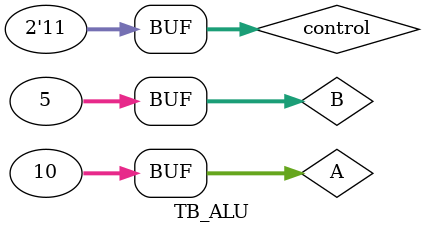
<source format=v>
`timescale 1ns / 1ps


module TB_ALU; 
    reg[31:0] A, B;
    reg [1:0] control;
    wire[31:0] salida; 
ALU prueba(A,B,control,salida); 
initial begin 
    A = 32'd50; 
    B = 32'd100;
    control = 2'b00; //suma 
    #10;
    A = 32'd1; 
    B = 32'd3;
    control = 2'b01;//dezplazamiento arimetico
    #10;
    A = 32'd11; 
    B = 32'd5;
    control = 2'b10;//and 
    #10;
    A = 32'd10; 
    B = 32'd5;
    control = 2'b11;//dezplazamiento arimetico
end 
endmodule

</source>
